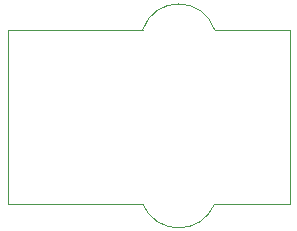
<source format=gm1>
%TF.GenerationSoftware,KiCad,Pcbnew,(6.0.2-0)*%
%TF.CreationDate,2022-12-09T10:24:36-06:00*%
%TF.ProjectId,rj45_jack,726a3435-5f6a-4616-936b-2e6b69636164,rev?*%
%TF.SameCoordinates,PX7b1d74cPY5dfc8c0*%
%TF.FileFunction,Profile,NP*%
%FSLAX46Y46*%
G04 Gerber Fmt 4.6, Leading zero omitted, Abs format (unit mm)*
G04 Created by KiCad (PCBNEW (6.0.2-0)) date 2022-12-09 10:24:36*
%MOMM*%
%LPD*%
G01*
G04 APERTURE LIST*
%TA.AperFunction,Profile*%
%ADD10C,0.100000*%
%TD*%
G04 APERTURE END LIST*
D10*
X-4826000Y7366000D02*
X6604000Y7366000D01*
X-4826000Y-7366000D02*
X6604000Y-7366000D01*
X19050000Y7366000D02*
X19050000Y-7366000D01*
X6604000Y-7366000D02*
G75*
G03*
X12700000Y-7366000I3048000J1268760D01*
G01*
X19050000Y-7366000D02*
X12700000Y-7366000D01*
X12700000Y7366000D02*
G75*
G03*
X6604000Y7366000I-3048000J-1016890D01*
G01*
X-4826000Y-7366000D02*
X-4826000Y7366000D01*
X19050000Y7366000D02*
X12700000Y7366000D01*
M02*

</source>
